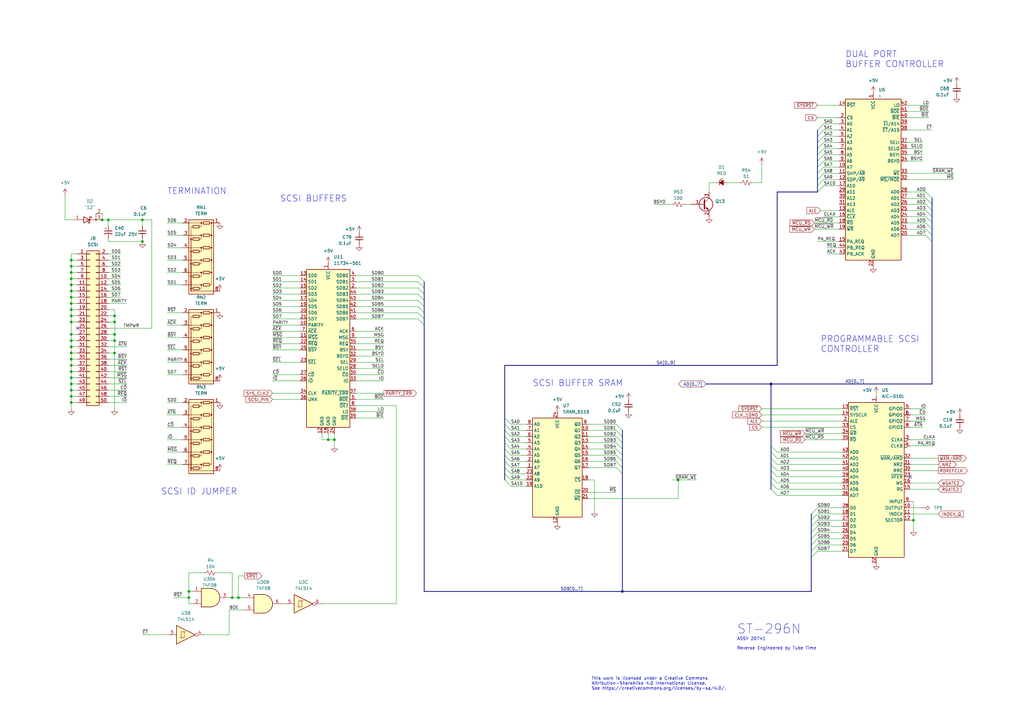
<source format=kicad_sch>
(kicad_sch (version 20231120) (generator "eeschema") (generator_version "8.0")
  (paper "A3")
  (junction (at 29.21 119.38))
  (junction (at 41.91 90.17))
  (junction (at 46.99 144.78))
  (junction (at 29.21 127))
  (junction (at 58.42 99.06))
  (junction (at 77.47 242.57))
  (junction (at 29.21 152.4))
  (junction (at 29.21 160.02))
  (junction (at 46.99 139.7))
  (junction (at 29.21 142.24))
  (junction (at 255.27 242.57))
  (junction (at 29.21 106.68))
  (junction (at 29.21 137.16))
  (junction (at 278.13 196.85))
  (junction (at 29.21 124.46))
  (junction (at 29.21 116.84))
  (junction (at 29.21 114.3))
  (junction (at 137.16 180.34))
  (junction (at 58.42 90.17))
  (junction (at 134.62 180.34))
  (junction (at 46.99 137.16))
  (junction (at 29.21 132.08))
  (junction (at 46.99 132.08))
  (junction (at 29.21 147.32))
  (junction (at 29.21 139.7))
  (junction (at 374.65 213.36))
  (junction (at 77.47 245.11))
  (junction (at 29.21 162.56))
  (junction (at 29.21 129.54))
  (junction (at 316.23 157.48))
  (junction (at 29.21 109.22))
  (junction (at 29.21 144.78))
  (junction (at 46.99 129.54))
  (junction (at 29.21 165.1))
  (junction (at 97.79 245.11))
  (junction (at 29.21 111.76))
  (junction (at 29.21 149.86))
  (junction (at 29.21 157.48))
  (junction (at 44.45 90.17))
  (junction (at 29.21 121.92))
  (junction (at 95.25 245.11))
  (junction (at 29.21 154.94))
  (no_connect (at 31.75 134.62))
  (no_connect (at 373.38 195.58))
  (bus_entry (at 335.28 63.5) (size 2.54 -2.54))
  (bus_entry (at 335.28 208.28) (size -2.54 2.54))
  (bus_entry (at 207.01 191.77) (size 2.54 2.54))
  (bus_entry (at 252.73 191.77) (size 2.54 2.54))
  (bus_entry (at 335.28 73.66) (size 2.54 -2.54))
  (bus_entry (at 316.23 200.66) (size 2.54 2.54))
  (bus_entry (at 207.01 179.07) (size 2.54 2.54))
  (bus_entry (at 379.73 83.82) (size 2.54 2.54))
  (bus_entry (at 316.23 182.88) (size 2.54 2.54))
  (bus_entry (at 207.01 173.99) (size 2.54 2.54))
  (bus_entry (at 207.01 181.61) (size 2.54 2.54))
  (bus_entry (at 335.28 53.34) (size 2.54 -2.54))
  (bus_entry (at 171.45 113.03) (size 2.54 2.54))
  (bus_entry (at 316.23 190.5) (size 2.54 2.54))
  (bus_entry (at 335.28 66.04) (size 2.54 -2.54))
  (bus_entry (at 316.23 185.42) (size 2.54 2.54))
  (bus_entry (at 207.01 184.15) (size 2.54 2.54))
  (bus_entry (at 335.28 55.88) (size 2.54 -2.54))
  (bus_entry (at 335.28 71.12) (size 2.54 -2.54))
  (bus_entry (at 252.73 179.07) (size 2.54 2.54))
  (bus_entry (at 335.28 210.82) (size -2.54 2.54))
  (bus_entry (at 379.73 81.28) (size 2.54 2.54))
  (bus_entry (at 207.01 186.69) (size 2.54 2.54))
  (bus_entry (at 171.45 118.11) (size 2.54 2.54))
  (bus_entry (at 316.23 195.58) (size 2.54 2.54))
  (bus_entry (at 207.01 171.45) (size 2.54 2.54))
  (bus_entry (at 207.01 189.23) (size 2.54 2.54))
  (bus_entry (at 252.73 184.15) (size 2.54 2.54))
  (bus_entry (at 379.73 88.9) (size 2.54 2.54))
  (bus_entry (at 171.45 128.27) (size 2.54 2.54))
  (bus_entry (at 316.23 193.04) (size 2.54 2.54))
  (bus_entry (at 335.28 60.96) (size 2.54 -2.54))
  (bus_entry (at 171.45 115.57) (size 2.54 2.54))
  (bus_entry (at 252.73 181.61) (size 2.54 2.54))
  (bus_entry (at 335.28 58.42) (size 2.54 -2.54))
  (bus_entry (at 252.73 173.99) (size 2.54 2.54))
  (bus_entry (at 379.73 93.98) (size 2.54 2.54))
  (bus_entry (at 335.28 220.98) (size -2.54 2.54))
  (bus_entry (at 335.28 218.44) (size -2.54 2.54))
  (bus_entry (at 335.28 226.06) (size -2.54 2.54))
  (bus_entry (at 252.73 189.23) (size 2.54 2.54))
  (bus_entry (at 379.73 78.74) (size 2.54 2.54))
  (bus_entry (at 335.28 76.2) (size 2.54 -2.54))
  (bus_entry (at 379.73 86.36) (size 2.54 2.54))
  (bus_entry (at 171.45 123.19) (size 2.54 2.54))
  (bus_entry (at 335.28 223.52) (size -2.54 2.54))
  (bus_entry (at 335.28 78.74) (size 2.54 -2.54))
  (bus_entry (at 335.28 68.58) (size 2.54 -2.54))
  (bus_entry (at 335.28 213.36) (size -2.54 2.54))
  (bus_entry (at 207.01 194.31) (size 2.54 2.54))
  (bus_entry (at 207.01 176.53) (size 2.54 2.54))
  (bus_entry (at 171.45 125.73) (size 2.54 2.54))
  (bus_entry (at 379.73 96.52) (size 2.54 2.54))
  (bus_entry (at 335.28 215.9) (size -2.54 2.54))
  (bus_entry (at 252.73 186.69) (size 2.54 2.54))
  (bus_entry (at 171.45 130.81) (size 2.54 2.54))
  (bus_entry (at 379.73 91.44) (size 2.54 2.54))
  (bus_entry (at 171.45 120.65) (size 2.54 2.54))
  (bus_entry (at 316.23 198.12) (size 2.54 2.54))
  (bus_entry (at 207.01 196.85) (size 2.54 2.54))
  (bus_entry (at 316.23 187.96) (size 2.54 2.54))
  (bus_entry (at 252.73 176.53) (size 2.54 2.54))
  (bus (pts (xy 332.74 223.52) (xy 332.74 226.06)))
  (bus (pts (xy 255.27 181.61) (xy 255.27 184.15)))
  (wire (pts (xy 29.21 162.56) (xy 31.75 162.56)))
  (wire (pts (xy 339.09 104.14) (xy 344.17 104.14)))
  (wire (pts (xy 374.65 205.74) (xy 374.65 213.36)))
  (bus (pts (xy 207.01 181.61) (xy 207.01 184.15)))
  (bus (pts (xy 332.74 242.57) (xy 255.27 242.57)))
  (wire (pts (xy 29.21 147.32) (xy 31.75 147.32)))
  (bus (pts (xy 382.27 93.98) (xy 382.27 96.52)))
  (wire (pts (xy 29.21 119.38) (xy 31.75 119.38)))
  (wire (pts (xy 29.21 139.7) (xy 29.21 142.24)))
  (bus (pts (xy 316.23 195.58) (xy 316.23 198.12)))
  (wire (pts (xy 146.05 143.51) (xy 157.48 143.51)))
  (wire (pts (xy 330.2 177.8) (xy 345.44 177.8)))
  (wire (pts (xy 373.38 167.64) (xy 379.73 167.64)))
  (wire (pts (xy 29.21 160.02) (xy 31.75 160.02)))
  (wire (pts (xy 146.05 130.81) (xy 171.45 130.81)))
  (wire (pts (xy 275.59 196.85) (xy 278.13 196.85)))
  (bus (pts (xy 316.23 157.48) (xy 316.23 182.88)))
  (wire (pts (xy 29.21 149.86) (xy 31.75 149.86)))
  (wire (pts (xy 157.48 135.89) (xy 146.05 135.89)))
  (wire (pts (xy 372.11 58.42) (xy 378.46 58.42)))
  (wire (pts (xy 373.38 172.72) (xy 379.73 172.72)))
  (wire (pts (xy 29.21 152.4) (xy 31.75 152.4)))
  (wire (pts (xy 29.21 162.56) (xy 29.21 165.1)))
  (bus (pts (xy 207.01 179.07) (xy 207.01 181.61)))
  (wire (pts (xy 68.58 175.26) (xy 74.93 175.26)))
  (wire (pts (xy 134.62 180.34) (xy 134.62 177.8)))
  (wire (pts (xy 290.83 74.93) (xy 293.37 74.93)))
  (wire (pts (xy 44.45 90.17) (xy 58.42 90.17)))
  (bus (pts (xy 255.27 191.77) (xy 255.27 194.31)))
  (bus (pts (xy 255.27 189.23) (xy 255.27 191.77)))
  (wire (pts (xy 44.45 97.79) (xy 44.45 99.06)))
  (bus (pts (xy 207.01 149.86) (xy 207.01 171.45)))
  (bus (pts (xy 382.27 86.36) (xy 382.27 88.9)))
  (bus (pts (xy 316.23 190.5) (xy 316.23 193.04)))
  (bus (pts (xy 332.74 218.44) (xy 332.74 220.98)))
  (wire (pts (xy 29.21 149.86) (xy 29.21 152.4)))
  (wire (pts (xy 241.3 176.53) (xy 252.73 176.53)))
  (wire (pts (xy 29.21 165.1) (xy 31.75 165.1)))
  (wire (pts (xy 44.45 111.76) (xy 49.53 111.76)))
  (wire (pts (xy 44.45 149.86) (xy 52.07 149.86)))
  (wire (pts (xy 134.62 180.34) (xy 137.16 180.34)))
  (wire (pts (xy 29.21 116.84) (xy 29.21 119.38)))
  (wire (pts (xy 44.45 106.68) (xy 49.53 106.68)))
  (wire (pts (xy 29.21 144.78) (xy 29.21 147.32)))
  (wire (pts (xy 115.57 247.65) (xy 116.84 247.65)))
  (wire (pts (xy 298.45 74.93) (xy 303.53 74.93)))
  (wire (pts (xy 146.05 166.37) (xy 162.56 166.37)))
  (bus (pts (xy 335.28 73.66) (xy 335.28 76.2)))
  (wire (pts (xy 68.58 153.67) (xy 74.93 153.67)))
  (wire (pts (xy 335.28 218.44) (xy 345.44 218.44)))
  (bus (pts (xy 316.23 187.96) (xy 316.23 190.5)))
  (wire (pts (xy 68.58 260.35) (xy 58.42 260.35)))
  (wire (pts (xy 146.05 140.97) (xy 157.48 140.97)))
  (wire (pts (xy 241.3 179.07) (xy 252.73 179.07)))
  (wire (pts (xy 44.45 144.78) (xy 46.99 144.78)))
  (bus (pts (xy 318.77 78.74) (xy 318.77 149.86)))
  (wire (pts (xy 44.45 127) (xy 46.99 127)))
  (bus (pts (xy 382.27 88.9) (xy 382.27 91.44)))
  (wire (pts (xy 68.58 165.1) (xy 74.93 165.1)))
  (bus (pts (xy 207.01 184.15) (xy 207.01 186.69)))
  (wire (pts (xy 97.79 236.22) (xy 100.33 236.22)))
  (wire (pts (xy 337.82 58.42) (xy 344.17 58.42)))
  (wire (pts (xy 373.38 208.28) (xy 377.19 208.28)))
  (wire (pts (xy 29.21 154.94) (xy 31.75 154.94)))
  (wire (pts (xy 44.45 121.92) (xy 49.53 121.92)))
  (bus (pts (xy 332.74 226.06) (xy 332.74 228.6)))
  (wire (pts (xy 111.76 138.43) (xy 123.19 138.43)))
  (wire (pts (xy 372.11 71.12) (xy 391.16 71.12)))
  (wire (pts (xy 44.45 134.62) (xy 62.23 134.62)))
  (wire (pts (xy 209.55 194.31) (xy 215.9 194.31)))
  (wire (pts (xy 241.3 191.77) (xy 252.73 191.77)))
  (wire (pts (xy 68.58 138.43) (xy 74.93 138.43)))
  (wire (pts (xy 373.38 213.36) (xy 374.65 213.36)))
  (wire (pts (xy 335.28 210.82) (xy 345.44 210.82)))
  (wire (pts (xy 372.11 66.04) (xy 378.46 66.04)))
  (wire (pts (xy 44.45 90.17) (xy 44.45 92.71)))
  (wire (pts (xy 373.38 193.04) (xy 384.81 193.04)))
  (wire (pts (xy 44.45 114.3) (xy 49.53 114.3)))
  (wire (pts (xy 68.58 116.84) (xy 74.93 116.84)))
  (bus (pts (xy 173.99 128.27) (xy 173.99 130.81)))
  (wire (pts (xy 209.55 173.99) (xy 215.9 173.99)))
  (wire (pts (xy 44.45 124.46) (xy 52.07 124.46)))
  (wire (pts (xy 29.21 121.92) (xy 29.21 124.46)))
  (wire (pts (xy 146.05 128.27) (xy 171.45 128.27)))
  (wire (pts (xy 44.45 142.24) (xy 52.07 142.24)))
  (wire (pts (xy 29.21 127) (xy 29.21 129.54)))
  (wire (pts (xy 318.77 198.12) (xy 345.44 198.12)))
  (bus (pts (xy 255.27 184.15) (xy 255.27 186.69)))
  (bus (pts (xy 332.74 215.9) (xy 332.74 218.44)))
  (wire (pts (xy 68.58 143.51) (xy 74.93 143.51)))
  (wire (pts (xy 335.28 223.52) (xy 345.44 223.52)))
  (bus (pts (xy 335.28 66.04) (xy 335.28 68.58)))
  (wire (pts (xy 372.11 53.34) (xy 382.27 53.34)))
  (wire (pts (xy 241.3 189.23) (xy 252.73 189.23)))
  (bus (pts (xy 316.23 185.42) (xy 316.23 187.96)))
  (wire (pts (xy 44.45 109.22) (xy 49.53 109.22)))
  (wire (pts (xy 29.21 160.02) (xy 29.21 162.56)))
  (wire (pts (xy 372.11 83.82) (xy 379.73 83.82)))
  (wire (pts (xy 78.74 242.57) (xy 77.47 242.57)))
  (bus (pts (xy 382.27 157.48) (xy 316.23 157.48)))
  (wire (pts (xy 123.19 148.59) (xy 111.76 148.59)))
  (wire (pts (xy 241.3 173.99) (xy 252.73 173.99)))
  (wire (pts (xy 97.79 245.11) (xy 100.33 245.11)))
  (wire (pts (xy 146.05 161.29) (xy 157.48 161.29)))
  (wire (pts (xy 209.55 189.23) (xy 215.9 189.23)))
  (wire (pts (xy 146.05 125.73) (xy 171.45 125.73)))
  (wire (pts (xy 278.13 204.47) (xy 278.13 196.85)))
  (wire (pts (xy 373.38 187.96) (xy 384.81 187.96)))
  (bus (pts (xy 335.28 76.2) (xy 335.28 78.74)))
  (bus (pts (xy 207.01 189.23) (xy 207.01 191.77)))
  (wire (pts (xy 339.09 101.6) (xy 344.17 101.6)))
  (wire (pts (xy 62.23 134.62) (xy 62.23 90.17)))
  (wire (pts (xy 373.38 170.18) (xy 379.73 170.18)))
  (bus (pts (xy 207.01 186.69) (xy 207.01 189.23)))
  (wire (pts (xy 111.76 130.81) (xy 123.19 130.81)))
  (wire (pts (xy 334.01 93.98) (xy 344.17 93.98)))
  (wire (pts (xy 29.21 157.48) (xy 31.75 157.48)))
  (wire (pts (xy 337.82 68.58) (xy 344.17 68.58)))
  (wire (pts (xy 29.21 137.16) (xy 29.21 139.7)))
  (wire (pts (xy 93.98 250.19) (xy 100.33 250.19)))
  (wire (pts (xy 29.21 147.32) (xy 29.21 149.86)))
  (wire (pts (xy 30.48 90.17) (xy 26.67 90.17)))
  (wire (pts (xy 111.76 125.73) (xy 123.19 125.73)))
  (bus (pts (xy 255.27 242.57) (xy 173.99 242.57)))
  (wire (pts (xy 44.45 152.4) (xy 52.07 152.4)))
  (wire (pts (xy 146.05 146.05) (xy 157.48 146.05)))
  (wire (pts (xy 157.48 163.83) (xy 146.05 163.83)))
  (wire (pts (xy 29.21 104.14) (xy 29.21 106.68)))
  (wire (pts (xy 97.79 245.11) (xy 97.79 236.22)))
  (wire (pts (xy 44.45 160.02) (xy 52.07 160.02)))
  (wire (pts (xy 29.21 144.78) (xy 31.75 144.78)))
  (wire (pts (xy 46.99 129.54) (xy 46.99 132.08)))
  (wire (pts (xy 29.21 142.24) (xy 29.21 144.78)))
  (wire (pts (xy 44.45 147.32) (xy 52.07 147.32)))
  (wire (pts (xy 373.38 190.5) (xy 384.81 190.5)))
  (wire (pts (xy 68.58 106.68) (xy 74.93 106.68)))
  (bus (pts (xy 335.28 63.5) (xy 335.28 66.04)))
  (bus (pts (xy 173.99 123.19) (xy 173.99 125.73)))
  (bus (pts (xy 316.23 198.12) (xy 316.23 200.66)))
  (bus (pts (xy 332.74 210.82) (xy 332.74 213.36)))
  (bus (pts (xy 207.01 176.53) (xy 207.01 179.07)))
  (wire (pts (xy 137.16 180.34) (xy 137.16 182.88)))
  (bus (pts (xy 335.28 60.96) (xy 335.28 63.5)))
  (bus (pts (xy 335.28 58.42) (xy 335.28 60.96)))
  (bus (pts (xy 316.23 182.88) (xy 316.23 185.42)))
  (wire (pts (xy 241.3 181.61) (xy 252.73 181.61)))
  (wire (pts (xy 29.21 106.68) (xy 31.75 106.68)))
  (wire (pts (xy 209.55 184.15) (xy 215.9 184.15)))
  (wire (pts (xy 93.98 260.35) (xy 93.98 250.19)))
  (wire (pts (xy 318.77 187.96) (xy 345.44 187.96)))
  (wire (pts (xy 137.16 180.34) (xy 137.16 177.8)))
  (wire (pts (xy 111.76 133.35) (xy 123.19 133.35)))
  (wire (pts (xy 44.45 129.54) (xy 46.99 129.54)))
  (wire (pts (xy 123.19 161.29) (xy 111.76 161.29)))
  (wire (pts (xy 77.47 247.65) (xy 78.74 247.65)))
  (wire (pts (xy 132.08 180.34) (xy 134.62 180.34)))
  (wire (pts (xy 68.58 111.76) (xy 74.93 111.76)))
  (wire (pts (xy 68.58 128.27) (xy 74.93 128.27)))
  (wire (pts (xy 337.82 53.34) (xy 344.17 53.34)))
  (wire (pts (xy 335.28 220.98) (xy 345.44 220.98)))
  (wire (pts (xy 372.11 78.74) (xy 379.73 78.74)))
  (wire (pts (xy 95.25 245.11) (xy 97.79 245.11)))
  (wire (pts (xy 29.21 139.7) (xy 31.75 139.7)))
  (wire (pts (xy 123.19 143.51) (xy 111.76 143.51)))
  (wire (pts (xy 88.9 234.95) (xy 95.25 234.95)))
  (bus (pts (xy 382.27 99.06) (xy 382.27 157.48)))
  (wire (pts (xy 41.91 90.17) (xy 44.45 90.17)))
  (wire (pts (xy 318.77 185.42) (xy 345.44 185.42)))
  (wire (pts (xy 83.82 234.95) (xy 77.47 234.95)))
  (wire (pts (xy 312.42 67.31) (xy 312.42 74.93)))
  (wire (pts (xy 337.82 71.12) (xy 344.17 71.12)))
  (wire (pts (xy 373.38 205.74) (xy 374.65 205.74)))
  (wire (pts (xy 58.42 97.79) (xy 58.42 99.06)))
  (wire (pts (xy 44.45 154.94) (xy 52.07 154.94)))
  (wire (pts (xy 29.21 157.48) (xy 29.21 160.02)))
  (wire (pts (xy 44.45 162.56) (xy 52.07 162.56)))
  (wire (pts (xy 68.58 185.42) (xy 74.93 185.42)))
  (wire (pts (xy 337.82 63.5) (xy 344.17 63.5)))
  (wire (pts (xy 334.01 91.44) (xy 344.17 91.44)))
  (wire (pts (xy 337.82 66.04) (xy 344.17 66.04)))
  (wire (pts (xy 318.77 203.2) (xy 345.44 203.2)))
  (bus (pts (xy 173.99 133.35) (xy 173.99 242.57)))
  (wire (pts (xy 111.76 135.89) (xy 123.19 135.89)))
  (wire (pts (xy 372.11 73.66) (xy 391.16 73.66)))
  (bus (pts (xy 332.74 228.6) (xy 332.74 242.57)))
  (wire (pts (xy 68.58 133.35) (xy 74.93 133.35)))
  (wire (pts (xy 29.21 121.92) (xy 31.75 121.92)))
  (wire (pts (xy 335.28 208.28) (xy 345.44 208.28)))
  (wire (pts (xy 318.77 200.66) (xy 345.44 200.66)))
  (wire (pts (xy 209.55 176.53) (xy 215.9 176.53)))
  (bus (pts (xy 255.27 194.31) (xy 255.27 242.57)))
  (wire (pts (xy 46.99 144.78) (xy 46.99 167.64)))
  (wire (pts (xy 93.98 245.11) (xy 95.25 245.11)))
  (wire (pts (xy 44.45 116.84) (xy 49.53 116.84)))
  (wire (pts (xy 243.84 209.55) (xy 243.84 196.85)))
  (wire (pts (xy 44.45 119.38) (xy 49.53 119.38)))
  (wire (pts (xy 77.47 242.57) (xy 77.47 245.11)))
  (wire (pts (xy 330.2 180.34) (xy 345.44 180.34)))
  (wire (pts (xy 146.05 113.03) (xy 171.45 113.03)))
  (wire (pts (xy 111.76 113.03) (xy 123.19 113.03)))
  (wire (pts (xy 44.45 139.7) (xy 46.99 139.7)))
  (wire (pts (xy 31.75 104.14) (xy 29.21 104.14)))
  (wire (pts (xy 373.38 175.26) (xy 378.46 175.26)))
  (wire (pts (xy 335.28 43.18) (xy 344.17 43.18)))
  (wire (pts (xy 68.58 91.44) (xy 74.93 91.44)))
  (wire (pts (xy 146.05 168.91) (xy 157.48 168.91)))
  (wire (pts (xy 372.11 45.72) (xy 381 45.72)))
  (wire (pts (xy 46.99 132.08) (xy 46.99 137.16)))
  (bus (pts (xy 255.27 179.07) (xy 255.27 181.61)))
  (bus (pts (xy 382.27 83.82) (xy 382.27 86.36)))
  (wire (pts (xy 132.08 180.34) (xy 132.08 177.8)))
  (wire (pts (xy 337.82 73.66) (xy 344.17 73.66)))
  (wire (pts (xy 44.45 99.06) (xy 58.42 99.06)))
  (bus (pts (xy 207.01 194.31) (xy 207.01 196.85)))
  (wire (pts (xy 29.21 111.76) (xy 31.75 111.76)))
  (wire (pts (xy 29.21 154.94) (xy 29.21 157.48)))
  (wire (pts (xy 318.77 190.5) (xy 345.44 190.5)))
  (wire (pts (xy 278.13 196.85) (xy 285.75 196.85)))
  (bus (pts (xy 382.27 91.44) (xy 382.27 93.98)))
  (wire (pts (xy 372.11 63.5) (xy 378.46 63.5)))
  (wire (pts (xy 312.42 175.26) (xy 345.44 175.26)))
  (wire (pts (xy 372.11 86.36) (xy 379.73 86.36)))
  (wire (pts (xy 26.67 80.01) (xy 26.67 90.17)))
  (wire (pts (xy 29.21 119.38) (xy 29.21 121.92)))
  (wire (pts (xy 312.42 167.64) (xy 345.44 167.64)))
  (wire (pts (xy 46.99 137.16) (xy 46.99 139.7)))
  (wire (pts (xy 335.28 213.36) (xy 345.44 213.36)))
  (wire (pts (xy 241.3 186.69) (xy 252.73 186.69)))
  (wire (pts (xy 111.76 128.27) (xy 123.19 128.27)))
  (wire (pts (xy 209.55 181.61) (xy 215.9 181.61)))
  (bus (pts (xy 255.27 176.53) (xy 255.27 179.07)))
  (bus (pts (xy 255.27 186.69) (xy 255.27 189.23)))
  (bus (pts (xy 335.28 71.12) (xy 335.28 73.66)))
  (wire (pts (xy 146.05 153.67) (xy 157.48 153.67)))
  (wire (pts (xy 146.05 115.57) (xy 171.45 115.57)))
  (wire (pts (xy 318.77 193.04) (xy 345.44 193.04)))
  (wire (pts (xy 146.05 151.13) (xy 157.48 151.13)))
  (wire (pts (xy 111.76 118.11) (xy 123.19 118.11)))
  (wire (pts (xy 359.41 161.29) (xy 359.41 162.56)))
  (wire (pts (xy 29.21 142.24) (xy 31.75 142.24)))
  (wire (pts (xy 29.21 114.3) (xy 31.75 114.3)))
  (wire (pts (xy 29.21 132.08) (xy 29.21 137.16)))
  (wire (pts (xy 209.55 199.39) (xy 215.9 199.39)))
  (wire (pts (xy 241.3 204.47) (xy 278.13 204.47)))
  (wire (pts (xy 29.21 109.22) (xy 29.21 111.76)))
  (wire (pts (xy 337.82 50.8) (xy 344.17 50.8)))
  (wire (pts (xy 29.21 127) (xy 31.75 127)))
  (wire (pts (xy 372.11 48.26) (xy 381 48.26)))
  (wire (pts (xy 44.45 165.1) (xy 52.07 165.1)))
  (wire (pts (xy 372.11 81.28) (xy 379.73 81.28)))
  (bus (pts (xy 173.99 118.11) (xy 173.99 120.65)))
  (wire (pts (xy 209.55 196.85) (xy 215.9 196.85)))
  (wire (pts (xy 146.05 156.21) (xy 157.48 156.21)))
  (bus (pts (xy 173.99 125.73) (xy 173.99 128.27)))
  (wire (pts (xy 95.25 234.95) (xy 95.25 245.11)))
  (wire (pts (xy 111.76 120.65) (xy 123.19 120.65)))
  (wire (pts (xy 29.21 132.08) (xy 31.75 132.08)))
  (wire (pts (xy 29.21 109.22) (xy 31.75 109.22)))
  (wire (pts (xy 312.42 172.72) (xy 345.44 172.72)))
  (wire (pts (xy 243.84 196.85) (xy 241.3 196.85)))
  (wire (pts (xy 335.28 215.9) (xy 345.44 215.9)))
  (wire (pts (xy 162.56 166.37) (xy 162.56 247.65)))
  (wire (pts (xy 29.21 124.46) (xy 29.21 127)))
  (bus (pts (xy 207.01 149.86) (xy 318.77 149.86)))
  (wire (pts (xy 44.45 104.14) (xy 49.53 104.14)))
  (wire (pts (xy 29.21 116.84) (xy 31.75 116.84)))
  (bus (pts (xy 382.27 96.52) (xy 382.27 99.06)))
  (wire (pts (xy 46.99 127) (xy 46.99 129.54)))
  (wire (pts (xy 111.76 140.97) (xy 123.19 140.97)))
  (wire (pts (xy 241.3 184.15) (xy 252.73 184.15)))
  (wire (pts (xy 29.21 129.54) (xy 29.21 132.08)))
  (wire (pts (xy 77.47 234.95) (xy 77.47 242.57)))
  (wire (pts (xy 29.21 137.16) (xy 31.75 137.16)))
  (bus (pts (xy 335.28 68.58) (xy 335.28 71.12)))
  (wire (pts (xy 111.76 115.57) (xy 123.19 115.57)))
  (wire (pts (xy 77.47 245.11) (xy 77.47 247.65)))
  (wire (pts (xy 241.3 201.93) (xy 252.73 201.93)))
  (wire (pts (xy 336.55 86.36) (xy 344.17 86.36)))
  (wire (pts (xy 146.05 148.59) (xy 157.48 148.59)))
  (bus (pts (xy 173.99 130.81) (xy 173.99 133.35)))
  (bus (pts (xy 335.28 53.34) (xy 335.28 55.88)))
  (wire (pts (xy 44.45 157.48) (xy 52.07 157.48)))
  (wire (pts (xy 29.21 129.54) (xy 31.75 129.54)))
  (bus (pts (xy 332.74 220.98) (xy 332.74 223.52)))
  (wire (pts (xy 372.11 91.44) (xy 379.73 91.44)))
  (wire (pts (xy 29.21 124.46) (xy 31.75 124.46)))
  (wire (pts (xy 68.58 190.5) (xy 74.93 190.5)))
  (wire (pts (xy 374.65 213.36) (xy 374.65 217.17)))
  (wire (pts (xy 71.12 245.11) (xy 77.47 245.11)))
  (wire (pts (xy 123.19 156.21) (xy 111.76 156.21)))
  (wire (pts (xy 146.05 123.19) (xy 171.45 123.19)))
  (bus (pts (xy 173.99 115.57) (xy 173.99 118.11)))
  (wire (pts (xy 335.28 99.06) (xy 344.17 99.06)))
  (wire (pts (xy 337.82 60.96) (xy 344.17 60.96)))
  (wire (pts (xy 146.05 171.45) (xy 157.48 171.45)))
  (bus (pts (xy 207.01 173.99) (xy 207.01 176.53)))
  (wire (pts (xy 372.11 88.9) (xy 379.73 88.9)))
  (bus (pts (xy 173.99 120.65) (xy 173.99 123.19)))
  (wire (pts (xy 68.58 148.59) (xy 74.93 148.59)))
  (wire (pts (xy 157.48 138.43) (xy 146.05 138.43)))
  (wire (pts (xy 58.42 90.17) (xy 62.23 90.17)))
  (wire (pts (xy 267.97 83.82) (xy 275.59 83.82)))
  (wire (pts (xy 373.38 198.12) (xy 384.81 198.12)))
  (wire (pts (xy 335.28 226.06) (xy 345.44 226.06)))
  (wire (pts (xy 146.05 118.11) (xy 171.45 118.11)))
  (wire (pts (xy 280.67 83.82) (xy 283.21 83.82)))
  (wire (pts (xy 29.21 114.3) (xy 29.21 116.84)))
  (wire (pts (xy 132.08 247.65) (xy 162.56 247.65)))
  (wire (pts (xy 372.11 60.96) (xy 378.46 60.96)))
  (wire (pts (xy 372.11 96.52) (xy 379.73 96.52)))
  (wire (pts (xy 83.82 260.35) (xy 93.98 260.35)))
  (wire (pts (xy 46.99 139.7) (xy 46.99 144.78)))
  (bus (pts (xy 207.01 171.45) (xy 207.01 173.99)))
  (wire (pts (xy 337.82 55.88) (xy 344.17 55.88)))
  (wire (pts (xy 68.58 180.34) (xy 74.93 180.34)))
  (wire (pts (xy 41.91 87.63) (xy 41.91 90.17)))
  (wire (pts (xy 290.83 74.93) (xy 290.83 78.74)))
  (wire (pts (xy 29.21 152.4) (xy 29.21 154.94)))
  (wire (pts (xy 337.82 88.9) (xy 344.17 88.9)))
  (wire (pts (xy 123.19 163.83) (xy 111.76 163.83)))
  (bus (pts (xy 289.56 157.48) (xy 316.23 157.48)))
  (bus (pts (xy 332.74 213.36) (xy 332.74 215.9)))
  (wire (pts (xy 68.58 170.18) (xy 74.93 170.18)))
  (wire (pts (xy 44.45 137.16) (xy 46.99 137.16)))
  (wire (pts (xy 312.42 170.18) (xy 345.44 170.18)))
  (wire (pts (xy 29.21 111.76) (xy 29.21 114.3)))
  (wire (pts (xy 372.11 93.98) (xy 379.73 93.98)))
  (wire (pts (xy 335.28 48.26) (xy 344.17 48.26)))
  (wire (pts (xy 68.58 96.52) (xy 74.93 96.52)))
  (wire (pts (xy 44.45 132.08) (xy 46.99 132.08)))
  (wire (pts (xy 58.42 90.17) (xy 58.42 92.71)))
  (wire (pts (xy 209.55 191.77) (xy 215.9 191.77)))
  (bus (pts (xy 207.01 191.77) (xy 207.01 194.31)))
  (bus (pts (xy 335.28 55.88) (xy 335.28 58.42)))
  (wire (pts (xy 209.55 186.69) (xy 215.9 186.69)))
  (wire (pts (xy 372.11 43.18) (xy 381 43.18)))
  (wire (pts (xy 312.42 74.93) (xy 308.61 74.93)))
  (wire (pts (xy 123.19 153.67) (xy 111.76 153.67)))
  (wire (pts (xy 29.21 106.68) (xy 29.21 109.22)))
  (wire (pts (xy 209.55 179.07) (xy 215.9 179.07)))
  (wire (pts (xy 373.38 180.34) (xy 383.54 180.34)))
  (wire (pts (xy 337.82 76.2) (xy 344.17 76.2)))
  (bus (pts (xy 382.27 81.28) (xy 382.27 83.82)))
  (wire (pts (xy 373.38 210.82) (xy 384.81 210.82)))
  (bus (pts (xy 318.77 78.74) (xy 335.28 78.74)))
  (wire (pts (xy 68.58 101.6) (xy 74.93 101.6)))
  (wire (pts (xy 111.76 123.19) (xy 123.19 123.19)))
  (wire (pts (xy 318.77 195.58) (xy 345.44 195.58)))
  (bus (pts (xy 316.23 193.04) (xy 316.23 195.58)))
  (wire (pts (xy 373.38 200.66) (xy 384.81 200.66)))
  (wire (pts (xy 29.21 165.1) (xy 29.21 167.64)))
  (wire (pts (xy 146.05 120.65) (xy 171.45 120.65)))
  (wire (pts (xy 373.38 182.88) (xy 383.54 182.88)))
  (text "TERMINATION" (at 68.58 80.01 0) (effects (font (size 2.54 2.54)) (justify left bottom)))
  (text "This work is licensed under a Creative Commons\nAttribution-ShareAlike 4.0 International License.\nSee https://creativecommons.org/licenses/by-sa/4.0/.\n" (at 242.57 283.21 0) (effects (font (size 1.27 1.27)) (justify left bottom)))
  (text "ASSY 20741" (at 302.26 262.89 0) (effects (font (size 1.27 1.27)) (justify left bottom)))
  (text "ST-296N" (at 302.26 260.35 0) (effects (font (size 3.81 3.81)) (justify left bottom)))
  (text "Reverse Engineered by Tube Time" (at 302.26 266.7 0) (effects (font (size 1.27 1.27)) (justify left bottom)))
  (text "SCSI ID JUMPER" (at 66.04 203.2 0) (effects (font (size 2.54 2.54)) (justify left bottom)))
  (text "SCSI BUFFER SRAM" (at 218.44 158.75 0) (effects (font (size 2.54 2.54)) (justify left bottom)))
  (text "DUAL PORT\nBUFFER CONTROLLER" (at 346.71 27.94 0) (effects (font (size 2.54 2.54)) (justify left bottom)))
  (text "PROGRAMMABLE SCSI\nCONTROLLER" (at 336.55 144.78 0) (effects (font (size 2.54 2.54)) (justify left bottom)))
  (text "SCSI BUFFERS" (at 114.808 83.058 0) (effects (font (size 2.54 2.54)) (justify left bottom)))
  (label "CLKA" (at 383.54 180.34 180))
  (label "PARITY" (at 52.07 124.46 180))
  (label "SDB1" (at 252.73 176.53 180))
  (label "AD4" (at 379.73 88.9 180))
  (label "AD0" (at 379.73 78.74 180))
  (label "~{BIE}" (at 157.48 171.45 180))
  (label "SD7" (at 49.53 121.92 180))
  (label "SDB5" (at 252.73 186.69 180))
  (label "~{REQ}" (at 68.58 190.5 0))
  (label "~{ACK}" (at 52.07 149.86 180))
  (label "SDB1" (at 157.48 115.57 180))
  (label "~{RST}" (at 68.58 128.27 0))
  (label "~{ET}" (at 58.42 260.35 0))
  (label "SA7" (at 209.55 191.77 0))
  (label "SEL" (at 157.48 148.59 180))
  (label "SDB5" (at 157.48 125.73 180))
  (label "AD5" (at 320.04 198.12 0))
  (label "SDB0" (at 252.73 173.99 180))
  (label "SELO" (at 378.46 60.96 180))
  (label "~{ET}" (at 382.27 53.34 180))
  (label "~{RST}" (at 52.07 152.4 180))
  (label "~{SEL}" (at 68.58 143.51 0))
  (label "BOE" (at 93.98 250.19 0))
  (label "MSG" (at 157.48 138.43 180))
  (label "REQ" (at 339.09 101.6 0))
  (label "SDB0" (at 157.48 113.03 180))
  (label "~{MSG}" (at 68.58 185.42 0))
  (label "LO" (at 157.48 168.91 180))
  (label "MSG" (at 379.73 172.72 180))
  (label "SA10" (at 209.55 199.39 0))
  (label "SA3" (at 337.82 58.42 0))
  (label "SD0" (at 68.58 165.1 0))
  (label "SA8" (at 209.55 194.31 0))
  (label "ACK" (at 339.09 104.14 0))
  (label "~{C}D" (at 157.48 153.67 180))
  (label "SA9" (at 337.82 73.66 0))
  (label "~{MCU_RD}" (at 330.2 180.34 0))
  (label "BSYO" (at 267.97 83.82 0))
  (label "C~{D}" (at 68.58 175.26 0))
  (label "SA2" (at 337.82 55.88 0))
  (label "SD2" (at 68.58 111.76 0))
  (label "SA8" (at 337.82 71.12 0))
  (label "SA5" (at 337.82 63.5 0))
  (label "SD6" (at 68.58 91.44 0))
  (label "SA6" (at 209.55 189.23 0))
  (label "SDB4" (at 335.28 218.44 0))
  (label "SD6" (at 111.76 128.27 0))
  (label "SDB4" (at 157.48 123.19 180))
  (label "AD0" (at 320.04 185.42 0))
  (label "SDB1" (at 335.28 210.82 0))
  (label "AD2" (at 379.73 83.82 180))
  (label "~{BOE}" (at 157.48 163.83 180))
  (label "SA4" (at 209.55 184.15 0))
  (label "SA7" (at 337.82 68.58 0))
  (label "SD4" (at 68.58 101.6 0))
  (label "~{BIE}" (at 381 48.26 180))
  (label "SDB2" (at 335.28 213.36 0))
  (label "SDB0" (at 335.28 208.28 0))
  (label "SDB5" (at 335.28 220.98 0))
  (label "~{SRAM_WE}" (at 285.75 196.85 180))
  (label "BSYO" (at 157.48 146.05 180))
  (label "AD2" (at 320.04 190.5 0))
  (label "~{SEL}" (at 52.07 157.48 180))
  (label "AD7" (at 379.73 96.52 180))
  (label "LO" (at 381 43.18 180))
  (label "PA_REQ" (at 335.28 99.06 0))
  (label "SD1" (at 68.58 116.84 0))
  (label "~{ATN}" (at 52.07 142.24 180))
  (label "I~{O}" (at 52.07 165.1 180))
  (label "C~{D}" (at 111.76 153.67 0))
  (label "SDB6" (at 335.28 223.52 0))
  (label "~{ACK}" (at 68.58 133.35 0))
  (label "AD7" (at 320.04 203.2 0))
  (label "SA1" (at 337.82 53.34 0))
  (label "SA0" (at 209.55 173.99 0))
  (label "IO" (at 157.48 156.21 180))
  (label "AD5" (at 379.73 91.44 180))
  (label "~{BSY}" (at 52.07 147.32 180))
  (label "SELO" (at 157.48 151.13 180))
  (label "SDB7" (at 157.48 130.81 180))
  (label "I~{O}" (at 111.76 156.21 0))
  (label "IO" (at 379.73 167.64 180))
  (label "SDB3" (at 157.48 120.65 180))
  (label "PARITY" (at 68.58 148.59 0))
  (label "SA4" (at 337.82 60.96 0))
  (label "~{ACK}" (at 111.76 135.89 0))
  (label "SD6" (at 49.53 119.38 180))
  (label "SD3" (at 49.53 111.76 180))
  (label "AD3" (at 320.04 193.04 0))
  (label "SDB3" (at 252.73 181.61 180))
  (label "SDB4" (at 252.73 184.15 180))
  (label "SD2" (at 49.53 109.22 180))
  (label "SA[0..9]" (at 269.24 149.86 0))
  (label "AD6" (at 320.04 200.66 0))
  (label "SD4" (at 111.76 123.19 0))
  (label "~{REQ}" (at 111.76 140.97 0))
  (label "CLKA" (at 337.82 88.9 0))
  (label "SD0" (at 49.53 104.14 180))
  (label "~{MCU_RD}" (at 334.01 91.44 0))
  (label "SD3" (at 111.76 120.65 0))
  (label "SD5" (at 68.58 96.52 0))
  (label "BSY" (at 157.48 143.51 180))
  (label "AD1" (at 320.04 187.96 0))
  (label "SA1" (at 209.55 176.53 0))
  (label "SA6" (at 337.82 66.04 0))
  (label "C~{D}" (at 52.07 160.02 180))
  (label "SA3" (at 209.55 181.61 0))
  (label "~{MCU_WR}" (at 334.01 93.98 0))
  (label "BSY" (at 378.46 63.5 180))
  (label "~{C}D" (at 379.73 170.18 180))
  (label "SDB7" (at 335.28 226.06 0))
  (label "TMPWR" (at 57.15 134.62 180))
  (label "~{BSY}" (at 111.76 143.51 0))
  (label "~{SEL}" (at 111.76 148.59 0))
  (label "AD[0..7]" (at 346.71 157.48 0))
  (label "SA0" (at 337.82 50.8 0))
  (label "SA10" (at 337.82 76.2 0))
  (label "SD7" (at 111.76 130.81 0))
  (label "ACK" (at 157.48 135.89 180))
  (label "SDB6" (at 252.73 189.23 180))
  (label "SEL" (at 378.46 58.42 180))
  (label "SDB2" (at 157.48 118.11 180))
  (label "SD1" (at 49.53 106.68 180))
  (label "BSYO" (at 378.46 66.04 180))
  (label "~{RST}" (at 71.12 245.11 0))
  (label "~{ATN}" (at 68.58 170.18 0))
  (label "REQ" (at 157.48 140.97 180))
  (label "~{MCU_WR}" (at 330.2 177.8 0))
  (label "SA5" (at 209.55 186.69 0))
  (label "SDB7" (at 252.73 191.77 180))
  (label "PARITY" (at 111.76 133.35 0))
  (label "~{MS}" (at 252.73 201.93 180))
  (label "PA_REQ" (at 383.54 182.88 180))
  (label "SD4" (at 49.53 114.3 180))
  (label "SDB3" (at 335.28 215.9 0))
  (label "SD7" (at 68.58 153.67 0))
  (label "AD3" (at 379.73 86.36 180))
  (label "~{REQ}" (at 52.07 162.56 180))
  (label "SD1" (at 111.76 115.57 0))
  (label "AD1" (at 379.73 81.28 180))
  (label "~{MS}" (at 391.16 73.66 180))
  (label "SA9" (at 209.55 196.85 0))
  (label "SD5" (at 49.53 116.84 180))
  (label "SD5" (at 111.76 125.73 0))
  (label "SDB[0..7]" (at 229.87 242.57 0))
  (label "AD4" (at 320.04 195.58 0))
  (label "SD2" (at 111.76 118.11 0))
  (label "~{BOE}" (at 381 45.72 180))
  (label "I~{O}" (at 68.58 180.34 0))
  (label "SA2" (at 209.55 179.07 0))
  (label "AD6" (at 379.73 93.98 180))
  (label "~{BSY}" (at 68.58 138.43 0))
  (label "~{ATN}" (at 378.46 175.26 180))
  (label "SDB6" (at 157.48 128.27 180))
  (label "SD3" (at 68.58 106.68 0))
  (label "~{SRAM_WE}" (at 391.16 71.12 180))
  (label "SDB2" (at 252.73 179.07 180))
  (label "~{MSG}" (at 111.76 138.43 0))
  (label "SD0" (at 111.76 113.03 0))
  (label "~{MSG}" (at 52.07 154.94 180))
  (global_label "SYS_CLK2" (shape input) (at 111.76 161.29 180) (property "Intersheetrefs" "${INTERSHEET_REFS}" (effects (hide yes))))
  (global_label "SCSI_PIN" (shape input) (at 111.76 163.83 180) (property "Intersheetrefs" "${INTERSHEET_REFS}" (effects (hide yes))))
  (global_label "ALE" (shape input) (at 312.42 172.72 180) (property "Intersheetrefs" "${INTERSHEET_REFS}" (effects (hide yes))))
  (global_label "~{MCU_RD}" (shape input) (at 330.2 180.34 180) (property "Intersheetrefs" "${INTERSHEET_REFS}" (effects (hide yes))))
  (global_label "~{SYSRST}" (shape input) (at 312.42 167.64 180) (property "Intersheetrefs" "${INTERSHEET_REFS}" (effects (hide yes))))
  (global_label "ALE" (shape input) (at 336.55 86.36 180) (property "Intersheetrefs" "${INTERSHEET_REFS}" (effects (hide yes))))
  (global_label "~{MCU_RD}" (shape input) (at 334.01 91.44 180) (property "Intersheetrefs" "${INTERSHEET_REFS}" (effects (hide yes))))
  (global_label "~{SRST}" (shape output) (at 100.33 236.22 0) (property "Intersheetrefs" "${INTERSHEET_REFS}" (effects (hide yes))))
  (global_label "CS" (shape input) (at 312.42 175.26 180) (property "Intersheetrefs" "${INTERSHEET_REFS}" (effects (hide yes))))
  (global_label "~{WAM}{slash}~{AMD}" (shape output) (at 384.81 187.96 0) (property "Intersheetrefs" "${INTERSHEET_REFS}" (effects (hide yes))))
  (global_label "RGATE2" (shape input) (at 384.81 200.66 0) (property "Intersheetrefs" "${INTERSHEET_REFS}" (effects (hide yes))))
  (global_label "CLK_10M0" (shape input) (at 312.42 170.18 180) (property "Intersheetrefs" "${INTERSHEET_REFS}" (effects (hide yes))))
  (global_label "INDEX_Q" (shape input) (at 384.81 210.82 0) (property "Intersheetrefs" "${INTERSHEET_REFS}" (effects (hide yes))))
  (global_label "CS" (shape input) (at 335.28 48.26 180) (property "Intersheetrefs" "${INTERSHEET_REFS}" (effects (hide yes))))
  (global_label "RDREFCLK" (shape output) (at 384.81 193.04 0) (property "Intersheetrefs" "${INTERSHEET_REFS}" (effects (hide yes))))
  (global_label "~{SYSRST}" (shape input) (at 335.28 43.18 180) (property "Intersheetrefs" "${INTERSHEET_REFS}" (effects (hide yes))))
  (global_label "~{MCU_WR}" (shape input) (at 334.01 93.98 180) (property "Intersheetrefs" "${INTERSHEET_REFS}" (effects (hide yes))))
  (global_label "~{PARITY_ERR}" (shape output) (at 157.48 161.29 0) (property "Intersheetrefs" "${INTERSHEET_REFS}" (effects (hide yes))))
  (global_label "WGATE2" (shape bidirectional) (at 384.81 198.12 0) (property "Intersheetrefs" "${INTERSHEET_REFS}" (effects (hide yes))))
  (global_label "~{MCU_WR}" (shape input) (at 330.2 177.8 180) (property "Intersheetrefs" "${INTERSHEET_REFS}" (effects (hide yes))))
  (global_label "NRZ" (shape bidirectional) (at 384.81 190.5 0) (property "Intersheetrefs" "${INTERSHEET_REFS}" (effects (hide yes))))
  (global_label "AD[0..7]" (shape bidirectional) (at 289.56 157.48 180) (property "Intersheetrefs" "${INTERSHEET_REFS}" (effects (hide yes))))
  (symbol (lib_id "Device:LED_Small_Filled") (at 295.91 74.93 0) (unit 1)
    (property "Reference" "D1" (at 295.9735 68.58 0))
    (property "Value" "RED" (at 295.9735 71.12 0))
    (property "Footprint" "Connector_PinHeader_2.54mm:PinHeader_1x02_P2.54mm_Vertical" (effects (hide yes)))
    (instances (project "st225_20427" (path "" (reference "D1") (unit 1))) (project "st225_20427" (path "" (reference "D11") (unit 1))))
  )
  (symbol (lib_id "Device:R_Small_US") (at 278.13 83.82 90) (unit 1)
    (property "Reference" "R53" (at 278.13 78.74 90))
    (property "Value" "100" (at 278.13 81.28 90))
    (property "Footprint" "Resistor_SMD:R_1206_3216Metric_Pad1.30x1.75mm_HandSolder" (effects (hide yes)))
    (instances (project "st225_20427" (path "" (reference "R53") (unit 1))) (project "st225_20427" (path "" (reference "R76") (unit 1))))
  )
  (symbol (lib_id "Device:C_Small") (at 392.43 36.83 0) (mirror y) (unit 1)
    (property "Reference" "C68" (at 389.382 36.322 0) (effects (justify left)))
    (property "Value" "0.1uF" (at 389.382 38.862 0) (effects (justify left)))
    (property "Footprint" "Capacitor_SMD:C_1206_3216Metric" (effects (hide yes)))
  )
  (symbol (lib_id "power:+5V") (at 90.17 119.38 0) (unit 1)
    (property "Reference" "#PWR02" (effects (hide yes)))
    (property "Value" "+5V" (at 90.17 114.3 0))
    (instances (project "st225_20427" (path "" (reference "#PWR078") (unit 1)) (path "" (reference "#PWR02") (unit 1))) (project "st225_20427" (path "" (reference "#PWR0183") (unit 1))))
  )
  (symbol (lib_id "Connector_Generic:Conn_02x25_Odd_Even") (at 36.83 134.62 0) (unit 1)
    (property "Reference" "J8" (at 38.1 97.79 0))
    (property "Value" "SCSI" (at 38.1 100.33 0))
    (property "Footprint" "Connector_PinHeader_2.54mm:PinHeader_2x25_P2.54mm_Horizontal" (effects (hide yes)))
  )
  (symbol (lib_id "power:GND") (at 137.16 182.88 0) (unit 1)
    (property "Reference" "#PWR070" (effects (hide yes)))
    (property "Value" "GND" (effects (hide yes)))
  )
  (symbol (lib_id "power:GND") (at 58.42 99.06 0) (unit 1)
    (property "Reference" "#PWR0147" (effects (hide yes)))
    (property "Value" "GND" (effects (hide yes)))
  )
  (symbol (lib_id "Device:R_Small_US") (at 306.07 74.93 90) (unit 1)
    (property "Reference" "R54" (at 306.07 69.85 90))
    (property "Value" "51" (at 306.07 72.39 90))
    (property "Footprint" "Resistor_SMD:R_1206_3216Metric" (effects (hide yes)))
    (instances (project "st225_20427" (path "" (reference "R54") (unit 1))) (project "st225_20427" (path "" (reference "R84") (unit 1))))
  )
  (symbol (lib_id "power:GND") (at 147.32 100.33 0) (unit 1)
    (property "Reference" "#PWR0143" (effects (hide yes)))
    (property "Value" "GND" (effects (hide yes)))
  )
  (symbol (lib_id "power:GND") (at 90.17 165.1 0) (unit 1)
    (property "Reference" "#PWR01" (effects (hide yes)))
    (property "Value" "GND" (effects (hide yes)))
    (instances (project "st225_20427" (path "" (reference "#PWR0101") (unit 1)) (path "" (reference "#PWR01") (unit 1))) (project "st225_20427" (path "" (reference "#PWR0180") (unit 1))))
  )
  (symbol (lib_id "power:+5V") (at 392.43 34.29 0) (unit 1)
    (property "Reference" "#PWR083" (effects (hide yes)))
    (property "Value" "+5V" (at 388.62 33.02 0))
  )
  (symbol (lib_id "Device:C_Small") (at 393.7 172.72 0) (mirror y) (unit 1)
    (property "Reference" "C19" (at 390.652 172.212 0) (effects (justify left)))
    (property "Value" "0.1uF" (at 390.652 174.752 0) (effects (justify left)))
    (property "Footprint" "Capacitor_SMD:C_1206_3216Metric" (effects (hide yes)))
  )
  (symbol (lib_id "power:GND") (at 358.14 109.22 0) (unit 1)
    (property "Reference" "#PWR01" (effects (hide yes)))
    (property "Value" "GND" (effects (hide yes)))
    (instances (project "st225_20427" (path "" (reference "#PWR084") (unit 1)) (path "" (reference "#PWR01") (unit 1))) (project "st225_20427" (path "" (reference "#PWR0185") (unit 1))))
  )
  (symbol (lib_id "Connector:TestPoint_Alt") (at 377.19 208.28 270) (mirror x) (unit 1)
    (property "Reference" "TP5" (at 384.81 208.28 90))
    (property "Value" "1/2 STEP" (effects (hide yes)))
    (property "Footprint" "TestPoint:TestPoint_THTPad_1.5x1.5mm_Drill0.7mm" (effects (hide yes)))
  )
  (symbol (lib_id "power:+5V") (at 359.41 161.29 0) (unit 1)
    (property "Reference" "#PWR02" (effects (hide yes)))
    (property "Value" "+5V" (at 355.6 160.02 0))
    (instances (project "st225_20427" (path "" (reference "#PWR034") (unit 1)) (path "" (reference "#PWR02") (unit 1))) (project "st225_20427" (path "" (reference "#PWR0175") (unit 1))))
  )
  (symbol (lib_id "power:+5V") (at 147.32 95.25 0) (unit 1)
    (property "Reference" "#PWR0133" (effects (hide yes)))
    (property "Value" "+5V" (at 143.51 93.98 0))
  )
  (symbol (lib_id "Device:R_Network_Dividers_x06_SIP") (at 82.55 106.68 270) (unit 1)
    (property "Reference" "RN1" (at 82.55 85.09 90))
    (property "Value" "TERM" (at 82.55 87.63 90))
    (property "Footprint" "Resistor_THT:R_Array_SIP8" (effects (hide yes)))
    (property "Datasheet" "http://www.vishay.com/docs/31509/csc.pdf" (effects (hide yes)))
  )
  (symbol (lib_id "power:GND") (at 90.17 128.27 0) (unit 1)
    (property "Reference" "#PWR01" (effects (hide yes)))
    (property "Value" "GND" (effects (hide yes)))
    (instances (project "st225_20427" (path "" (reference "#PWR094") (unit 1)) (path "" (reference "#PWR01") (unit 1))) (project "st225_20427" (path "" (reference "#PWR0182") (unit 1))))
  )
  (symbol (lib_id "Device:C_Small") (at 147.32 97.79 0) (mirror y) (unit 1)
    (property "Reference" "C79" (at 144.272 97.282 0) (effects (justify left)))
    (property "Value" "0.1uF" (at 144.272 99.822 0) (effects (justify left)))
    (property "Footprint" "Capacitor_SMD:C_1206_3216Metric" (effects (hide yes)))
  )
  (symbol (lib_id "Device:R_Small_US") (at 86.36 234.95 90) (unit 1)
    (property "Reference" "R4" (at 86.36 229.87 90))
    (property "Value" "10K" (at 86.36 232.41 90))
    (property "Footprint" "Resistor_SMD:R_1206_3216Metric_Pad1.30x1.75mm_HandSolder" (effects (hide yes)))
  )
  (symbol (lib_id "power:+5V") (at 26.67 80.01 0) (unit 1)
    (property "Reference" "#PWR037" (effects (hide yes)))
    (property "Value" "+5V" (at 26.67 74.93 0))
  )
  (symbol (lib_id "74xx:74LS08") (at 107.95 247.65 0) (unit 2)
    (property "Reference" "U30" (at 107.9417 238.76 0))
    (property "Value" "74F08" (at 107.9417 241.3 0))
    (property "Footprint" "Active:SOP127P620X175-14_SHRINK" (effects (hide yes)))
    (property "Datasheet" "http://www.ti.com/lit/gpn/sn74LS08" (effects (hide yes)))
  )
  (symbol (lib_id "power:GND") (at 393.7 175.26 0) (unit 1)
    (property "Reference" "#PWR056" (effects (hide yes)))
    (property "Value" "GND" (effects (hide yes)))
  )
  (symbol (lib_id "power:GND") (at 374.65 217.17 0) (unit 1)
    (property "Reference" "#PWR01" (effects (hide yes)))
    (property "Value" "GND" (effects (hide yes)))
    (instances (project "st225_20427" (path "" (reference "#PWR0116") (unit 1)) (path "" (reference "#PWR01") (unit 1))) (project "st225_20427" (path "" (reference "#PWR0174") (unit 1))))
  )
  (symbol (lib_id "power:GND") (at 392.43 39.37 0) (unit 1)
    (property "Reference" "#PWR084" (effects (hide yes)))
    (property "Value" "GND" (effects (hide yes)))
  )
  (symbol (lib_id "power:GND") (at 228.6 214.63 0) (unit 1)
    (property "Reference" "#PWR01" (effects (hide yes)))
    (property "Value" "GND" (effects (hide yes)))
    (instances (project "st225_20427" (path "" (reference "#PWR0103") (unit 1)) (path "" (reference "#PWR01") (unit 1))) (project "st225_20427" (path "" (reference "#PWR0172") (unit 1))))
  )
  (symbol (lib_id "st225:SRAM_6116") (at 228.6 191.77 0) (unit 1)
    (property "Reference" "U7" (at 230.7941 166.37 0) (effects (justify left)))
    (property "Value" "SRAM_6116" (at 230.7941 168.91 0) (effects (justify left)))
    (property "Footprint" "Active:SOP127P1250X255-24" (effects (hide yes)))
    (property "Datasheet" "https://www.futurlec.com/Datasheet/Memory/62256.pdf" (effects (hide yes)))
  )
  (symbol (lib_id "Device:D_Schottky_AKK") (at 35.56 90.17 0) (mirror y) (unit 1)
    (property "Reference" "D2" (at 36.83 82.55 0))
    (property "Value" "\"12\"" (at 36.83 85.09 0))
    (property "Footprint" "Package_TO_SOT_SMD:SOT-89-3" (effects (hide yes)))
    (property "Description" "Schottky diode, cathode on pins 2 and 3" (effects (hide yes)))
  )
  (symbol (lib_id "Device:Q_NPN_BEC") (at 288.29 83.82 0) (unit 1)
    (property "Reference" "Q13" (at 293.37 82.55 0) (effects (justify left)))
    (property "Value" "BC846A" (effects (hide yes)))
    (property "Footprint" "Active:SOT95P230X117-3" (effects (hide yes)))
  )
  (symbol (lib_id "Device:C_Small") (at 257.81 166.37 0) (mirror y) (unit 1)
    (property "Reference" "C52" (at 254.762 165.862 0) (effects (justify left)))
    (property "Value" "0.1uF" (at 254.762 168.402 0) (effects (justify left)))
    (property "Footprint" "Capacitor_SMD:C_1206_3216Metric" (effects (hide yes)))
  )
  (symbol (lib_id "st225:AIC-010L") (at 347.98 165.1 0) (unit 1)
    (property "Reference" "U5" (at 361.6041 160.02 0) (effects (justify left)))
    (property "Value" "AIC-010L" (at 361.6041 162.56 0) (effects (justify left)))
    (property "Footprint" "Package_LCC:PLCC-44" (effects (hide yes)))
  )
  (symbol (lib_id "power:+5V") (at 257.81 163.83 0) (unit 1)
    (property "Reference" "#PWR081" (effects (hide yes)))
    (property "Value" "+5V" (at 254 162.56 0))
  )
  (symbol (lib_id "power:+5V") (at 228.6 168.91 0) (unit 1)
    (property "Reference" "#PWR02" (effects (hide yes)))
    (property "Value" "+5V" (at 228.6 163.83 0))
    (instances (project "st225_20427" (path "" (reference "#PWR069") (unit 1)) (path "" (reference "#PWR02") (unit 1))) (project "st225_20427" (path "" (reference "#PWR0166") (unit 1))))
  )
  (symbol (lib_id "74xx:74LS14") (at 124.46 247.65 0) (unit 3)
    (property "Reference" "U3" (at 124.46 238.76 0))
    (property "Value" "74LS14" (at 124.46 241.3 0))
    (property "Footprint" "Active:SOP127P620X175-14_SHRINK" (effects (hide yes)))
    (property "Datasheet" "http://www.ti.com/lit/gpn/sn74LS14" (effects (hide yes)))
    (property "Description" "Hex inverter schmitt trigger" (effects (hide yes)))
  )
  (symbol (lib_id "power:+5V") (at 358.14 38.1 0) (unit 1)
    (property "Reference" "#PWR02" (effects (hide yes)))
    (property "Value" "+5V" (at 358.14 33.02 0))
    (instances (project "st225_20427" (path "" (reference "#PWR063") (unit 1)) (path "" (reference "#PWR02") (unit 1))) (project "st225_20427" (path "" (reference "#PWR0188") (unit 1))))
  )
  (symbol (lib_id "Device:R_Network_Dividers_x06_SIP") (at 82.55 180.34 270) (unit 1)
    (property "Reference" "RN3" (at 82.55 158.75 90))
    (property "Value" "TERM" (at 82.55 161.29 90))
    (property "Footprint" "Resistor_THT:R_Array_SIP8" (effects (hide yes)))
    (property "Datasheet" "http://www.vishay.com/docs/31509/csc.pdf" (effects (hide yes)))
  )
  (symbol (lib_id "power:+5V") (at 393.7 170.18 0) (unit 1)
    (property "Reference" "#PWR055" (effects (hide yes)))
    (property "Value" "+5V" (at 389.89 168.91 0))
  )
  (symbol (lib_id "power:GND") (at 90.17 91.44 0) (unit 1)
    (property "Reference" "#PWR01" (effects (hide yes)))
    (property "Value" "GND" (effects (hide yes)))
    (instances (project "st225_20427" (path "" (reference "#PWR089") (unit 1)) (path "" (reference "#PWR01") (unit 1))) (project "st225_20427" (path "" (reference "#PWR0177") (unit 1))))
  )
  (symbol (lib_id "power:GND") (at 46.99 167.64 0) (unit 1)
    (property "Reference" "#PWR0105" (effects (hide yes)))
    (property "Value" "GND" (effects (hide yes)))
    (instances (project "st225_20427" (path "" (reference "#PWR0105") (unit 1))) (project "st225_20427" (path "" (reference "#PWR0176") (unit 1))))
  )
  (symbol (lib_id "Device:C_Small") (at 58.42 95.25 0) (mirror y) (unit 1)
    (property "Reference" "C6" (at 60.198 85.344 0) (effects (justify left)))
    (property "Value" "0.1uF" (at 60.198 87.884 0) (effects (justify left)))
    (property "Footprint" "Capacitor_SMD:C_1206_3216Metric" (effects (hide yes)))
  )
  (symbol (lib_id "power:+5V") (at 90.17 156.21 0) (unit 1)
    (property "Reference" "#PWR02" (effects (hide yes)))
    (property "Value" "+5V" (at 90.17 151.13 0))
    (instances (project "st225_20427" (path "" (reference "#PWR076") (unit 1)) (path "" (reference "#PWR02") (unit 1))) (project "st225_20427" (path "" (reference "#PWR0181") (unit 1))))
  )
  (symbol (lib_id "st296:11734-501") (at 125.73 110.49 0) (unit 1)
    (property "Reference" "U11" (at 136.8141 105.41 0) (effects (justify left)))
    (property "Value" "11734-501" (at 136.8141 107.95 0) (effects (justify left)))
    (property "Footprint" "Package_LCC:PLCC-44_16.6x16.6mm_P1.27mm" (effects (hide yes)))
  )
  (symbol (lib_id "power:+5V") (at 312.42 67.31 0) (unit 1)
    (property "Reference" "#PWR02" (effects (hide yes)))
    (property "Value" "+5V" (at 312.42 62.23 0))
    (instances (project "st225_20427" (path "" (reference "#PWR0106") (unit 1)) (path "" (reference "#PWR02") (unit 1))) (project "st225_20427" (path "" (reference "#PWR0186") (unit 1))))
  )
  (symbol (lib_id "74xx:74LS08") (at 86.36 245.11 0) (unit 1)
    (property "Reference" "U30" (at 85.852 237.49 0))
    (property "Value" "74F08" (at 85.852 240.03 0))
    (property "Footprint" "Active:SOP127P620X175-14_SHRINK" (effects (hide yes)))
    (property "Datasheet" "http://www.ti.com/lit/gpn/sn74LS08" (effects (hide yes)))
  )
  (symbol (lib_id "power:GND") (at 359.41 231.14 0) (unit 1)
    (property "Reference" "#PWR01" (effects (hide yes)))
    (property "Value" "GND" (effects (hide yes)))
    (instances (project "st225_20427" (path "" (reference "#PWR035") (unit 1)) (path "" (reference "#PWR01") (unit 1))) (project "st225_20427" (path "" (reference "#PWR0173") (unit 1))))
  )
  (symbol (lib_id "Device:C_Polarized_Small_US") (at 44.45 95.25 0) (unit 1)
    (property "Reference" "C40" (at 46.99 93.5482 0) (effects (justify left)))
    (property "Value" "22uF 25V" (at 46.99 96.0882 0) (effects (justify left)))
    (property "Footprint" "Capacitor_Tantalum_SMD:CP_EIA-7343-31_Kemet-D" (effects (hide yes)))
  )
  (symbol (lib_id "power:GND") (at 243.84 209.55 0) (unit 1)
    (property "Reference" "#PWR016" (effects (hide yes)))
    (property "Value" "GND" (effects (hide yes)))
  )
  (symbol (lib_id "power:+5V") (at 134.62 107.95 0) (unit 1)
    (property "Reference" "#PWR0142" (effects (hide yes)))
    (property "Value" "+5V" (at 134.62 102.87 0))
  )
  (symbol (lib_id "Device:R_Network_Dividers_x06_SIP") (at 82.55 143.51 270) (unit 1)
    (property "Reference" "RN2" (at 82.55 121.92 90))
    (property "Value" "TERM" (at 82.55 124.46 90))
    (property "Footprint" "Resistor_THT:R_Array_SIP8" (effects (hide yes)))
    (property "Datasheet" "http://www.vishay.com/docs/31509/csc.pdf" (effects (hide yes)))
  )
  (symbol (lib_id "power:+5V") (at 90.17 193.04 0) (unit 1)
    (property "Reference" "#PWR02" (effects (hide yes)))
    (property "Value" "+5V" (at 90.17 187.96 0))
    (instances (project "st225_20427" (path "" (reference "#PWR082") (unit 1)) (path "" (reference "#PWR02") (unit 1))) (project "st225_20427" (path "" (reference "#PWR0178") (unit 1))))
  )
  (symbol (lib_id "power:GND") (at 257.81 168.91 0) (unit 1)
    (property "Reference" "#PWR082" (effects (hide yes)))
    (property "Value" "GND" (effects (hide yes)))
  )
  (symbol (lib_id "power:GND") (at 290.83 88.9 0) (unit 1)
    (property "Reference" "#PWR0149" (effects (hide yes)))
    (property "Value" "GND" (effects (hide yes)))
  )
  (symbol (lib_id "power:GND") (at 29.21 167.64 0) (unit 1)
    (property "Reference" "#PWR0104" (effects (hide yes)))
    (property "Value" "GND" (effects (hide yes)))
    (instances (project "st225_20427" (path "" (reference "#PWR0104") (unit 1))) (project "st225_20427" (path "" (reference "#PWR0179") (unit 1))))
  )
  (symbol (lib_id "st225:AIC-301L") (at 346.71 40.64 0) (unit 1)
    (property "Reference" "U6" (at 360.3341 36.83 0) (effects (justify left)))
    (property "Value" "~" (at 360.3341 39.37 0) (effects (justify left)))
    (property "Footprint" "Package_LCC:PLCC-44" (effects (hide yes)))
  )
  (symbol (lib_id "74xx:74LS14") (at 76.2 260.35 0) (unit 2)
    (property "Reference" "U3" (at 76.2 251.46 0))
    (property "Value" "74LS14" (at 76.2 254 0))
    (property "Footprint" "Active:SOP127P620X175-14_SHRINK" (effects (hide yes)))
    (property "Datasheet" "http://www.ti.com/lit/gpn/sn74LS14" (effects (hide yes)))
    (property "Description" "Hex inverter schmitt trigger" (effects (hide yes)))
  )
)
</source>
